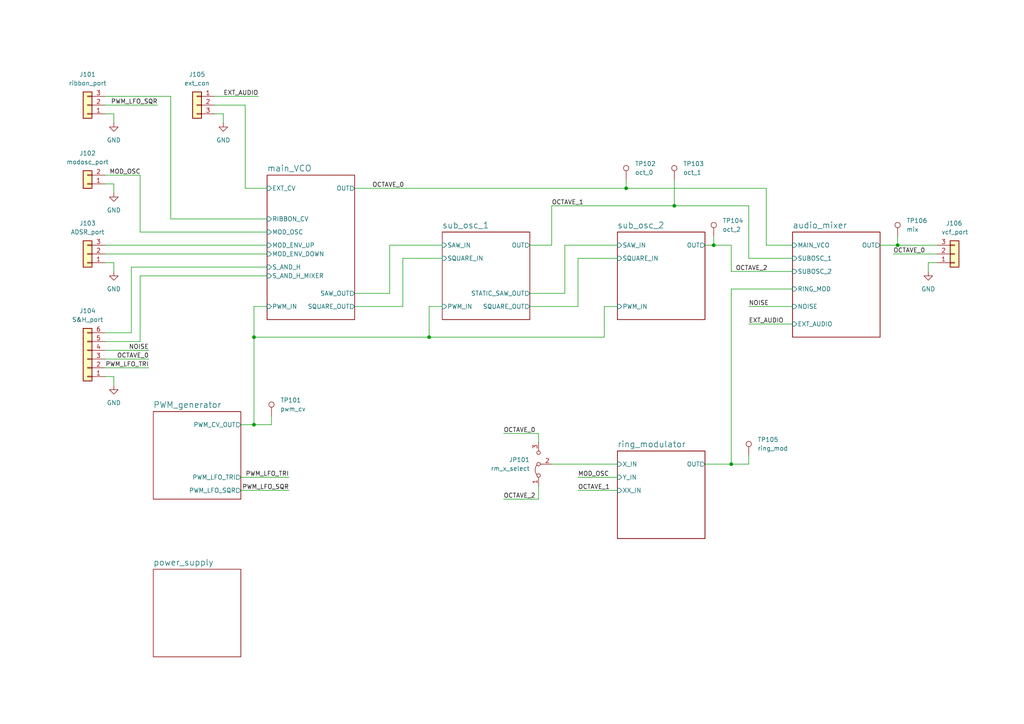
<source format=kicad_sch>
(kicad_sch (version 20211123) (generator eeschema)
  (paper "A4")
  (title_block (title "Josh Ox Ribon Synth Main VCO board") (date "2022-07-23") (rev "0.1") (comment 2 "creativecommons.org/licences/by/4.0") (comment 3 "license: CC by 4.0") (comment 4 "Author: Jordan Acete"))
  (lib_symbols
    (symbol "Connector:TestPoint" (pin_numbers hide) (pin_names (offset 0.762) hide)
      (property "Reference" "TP" (at 0 6.858 0))
      (property "Value" "TestPoint" (at 0 5.08 0))
      (symbol "TestPoint_0_1"
        (circle (center 0 3.302) (radius 0.762))
      )
      (symbol "TestPoint_1_1"
        (pin passive line (at 0 0 90) (length 2.54) (name "1") (number "1"))
      )
    )
    (symbol "Connector_Generic:Conn_01x02" (pin_names (offset 1.016) hide)
      (property "Reference" "J" (at 0 2.54 0))
      (property "Value" "Conn_01x02" (at 0 -5.08 0))
      (symbol "Conn_01x02_1_1"
        (rectangle (start -1.27 -2.413) (end 0 -2.667) (stroke (width 0.1524)))
        (rectangle (start -1.27 0.127) (end 0 -0.127) (stroke (width 0.1524)))
        (rectangle (start -1.27 1.27) (end 1.27 -3.81) (stroke (width 0.254)) (fill (type background)))
        (pin passive line (at -5.08 0 0) (length 3.81) (name "Pin_1") (number "1"))
        (pin passive line (at -5.08 -2.54 0) (length 3.81) (name "Pin_2") (number "2"))
      )
    )
    (symbol "Connector_Generic:Conn_01x03" (pin_names (offset 1.016) hide)
      (property "Reference" "J" (at 0 5.08 0))
      (property "Value" "Conn_01x03" (at 0 -5.08 0))
      (symbol "Conn_01x03_1_1"
        (rectangle (start -1.27 -2.413) (end 0 -2.667) (stroke (width 0.1524)))
        (rectangle (start -1.27 0.127) (end 0 -0.127) (stroke (width 0.1524)))
        (rectangle (start -1.27 2.667) (end 0 2.413) (stroke (width 0.1524)))
        (rectangle (start -1.27 3.81) (end 1.27 -3.81) (stroke (width 0.254)) (fill (type background)))
        (pin passive line (at -5.08 2.54 0) (length 3.81) (name "Pin_1") (number "1"))
        (pin passive line (at -5.08 0 0) (length 3.81) (name "Pin_2") (number "2"))
        (pin passive line (at -5.08 -2.54 0) (length 3.81) (name "Pin_3") (number "3"))
      )
    )
    (symbol "Connector_Generic:Conn_01x06" (pin_names (offset 1.016) hide)
      (property "Reference" "J" (at 0 7.62 0))
      (property "Value" "Conn_01x06" (at 0 -10.16 0))
      (symbol "Conn_01x06_1_1"
        (rectangle (start -1.27 -7.493) (end 0 -7.747) (stroke (width 0.1524)))
        (rectangle (start -1.27 -4.953) (end 0 -5.207) (stroke (width 0.1524)))
        (rectangle (start -1.27 -2.413) (end 0 -2.667) (stroke (width 0.1524)))
        (rectangle (start -1.27 0.127) (end 0 -0.127) (stroke (width 0.1524)))
        (rectangle (start -1.27 2.667) (end 0 2.413) (stroke (width 0.1524)))
        (rectangle (start -1.27 5.207) (end 0 4.953) (stroke (width 0.1524)))
        (rectangle (start -1.27 6.35) (end 1.27 -8.89) (stroke (width 0.254)) (fill (type background)))
        (pin passive line (at -5.08 5.08 0) (length 3.81) (name "Pin_1") (number "1"))
        (pin passive line (at -5.08 2.54 0) (length 3.81) (name "Pin_2") (number "2"))
        (pin passive line (at -5.08 0 0) (length 3.81) (name "Pin_3") (number "3"))
        (pin passive line (at -5.08 -2.54 0) (length 3.81) (name "Pin_4") (number "4"))
        (pin passive line (at -5.08 -5.08 0) (length 3.81) (name "Pin_5") (number "5"))
        (pin passive line (at -5.08 -7.62 0) (length 3.81) (name "Pin_6") (number "6"))
      )
    )
    (symbol "Jumper:Jumper_3_Bridged12" (pin_names (offset 0) hide)
      (property "Reference" "JP" (at -2.54 -2.54 0))
      (property "Value" "Jumper_3_Bridged12" (at 0 2.794 0))
      (symbol "Jumper_3_Bridged12_0_0"
        (circle (center -3.302 0) (radius 0.508))
        (circle (center 0 0) (radius 0.508))
        (circle (center 3.302 0) (radius 0.508))
      )
      (symbol "Jumper_3_Bridged12_0_1"
        (arc (start -0.254 0.508) (mid -1.651 0.9912) (end -3.048 0.508))
        (polyline (pts (xy 0 -1.27) (xy 0 -0.508)))
      )
      (symbol "Jumper_3_Bridged12_1_1"
        (pin passive line (at -6.35 0 0) (length 2.54) (name "A") (number "1"))
        (pin passive line (at 0 -3.81 90) (length 2.54) (name "C") (number "2"))
        (pin passive line (at 6.35 0 180) (length 2.54) (name "B") (number "3"))
      )
    )
    (symbol "power:GND" (power) (pin_names (offset 0))
      (property "Value" "GND" (at 0 -3.81 0))
      (symbol "GND_0_1"
        (polyline (pts (xy 0 0) (xy 0 -1.27) (xy 1.27 -1.27) (xy 0 -2.54) (xy -1.27 -1.27) (xy 0 -1.27)))
      )
      (symbol "GND_1_1"
        (pin power_in line (at 0 0 270) (length 0) hide (name "GND") (number "1"))
      )
    )
  )
  (junction (at 207.01 71.12))
  (junction (at 260.35 71.12))
  (junction (at 181.61 54.61))
  (junction (at 73.66 123.19))
  (junction (at 124.46 97.79))
  (junction (at 212.09 134.62))
  (junction (at 195.58 59.69))
  (junction (at 73.66 97.79))
  (wire (pts (xy 33.02 35.56) (xy 33.02 33.02)))
  (wire (pts (xy 74.93 27.94) (xy 62.23 27.94)))
  (wire (pts (xy 160.02 134.62) (xy 179.07 134.62)))
  (wire (pts (xy 113.03 71.12) (xy 128.27 71.12)))
  (wire (pts (xy 195.58 52.07) (xy 195.58 59.69)))
  (wire (pts (xy 217.17 134.62) (xy 212.09 134.62)))
  (wire (pts (xy 38.1 77.47) (xy 77.47 77.47)))
  (wire (pts (xy 30.48 99.06) (xy 40.64 99.06)))
  (wire (pts (xy 33.02 76.2) (xy 30.48 76.2)))
  (wire (pts (xy 128.27 88.9) (xy 124.46 88.9)))
  (wire (pts (xy 116.84 88.9) (xy 116.84 74.93)))
  (wire (pts (xy 102.87 54.61) (xy 181.61 54.61)))
  (wire (pts (xy 269.24 78.74) (xy 269.24 76.2)))
  (wire (pts (xy 33.02 111.76) (xy 33.02 109.22)))
  (wire (pts (xy 102.87 88.9) (xy 116.84 88.9)))
  (wire (pts (xy 49.53 27.94) (xy 30.48 27.94)))
  (wire (pts (xy 167.64 142.24) (xy 179.07 142.24)))
  (wire (pts (xy 33.02 78.74) (xy 33.02 76.2)))
  (wire (pts (xy 73.66 97.79) (xy 124.46 97.79)))
  (wire (pts (xy 163.83 85.09) (xy 163.83 71.12)))
  (wire (pts (xy 146.05 144.78) (xy 156.21 144.78)))
  (wire (pts (xy 167.64 74.93) (xy 179.07 74.93)))
  (wire (pts (xy 49.53 63.5) (xy 49.53 27.94)))
  (wire (pts (xy 64.77 33.02) (xy 62.23 33.02)))
  (wire (pts (xy 207.01 68.58) (xy 207.01 71.12)))
  (wire (pts (xy 69.85 142.24) (xy 83.82 142.24)))
  (wire (pts (xy 212.09 78.74) (xy 212.09 71.12)))
  (wire (pts (xy 181.61 52.07) (xy 181.61 54.61)))
  (wire (pts (xy 77.47 67.31) (xy 40.64 67.31)))
  (wire (pts (xy 207.01 71.12) (xy 204.47 71.12)))
  (wire (pts (xy 69.85 138.43) (xy 83.82 138.43)))
  (wire (pts (xy 102.87 85.09) (xy 113.03 85.09)))
  (wire (pts (xy 116.84 74.93) (xy 128.27 74.93)))
  (wire (pts (xy 222.25 71.12) (xy 222.25 54.61)))
  (wire (pts (xy 69.85 123.19) (xy 73.66 123.19)))
  (wire (pts (xy 195.58 59.69) (xy 160.02 59.69)))
  (wire (pts (xy 153.67 85.09) (xy 163.83 85.09)))
  (wire (pts (xy 160.02 59.69) (xy 160.02 71.12)))
  (wire (pts (xy 229.87 74.93) (xy 217.17 74.93)))
  (wire (pts (xy 64.77 35.56) (xy 64.77 33.02)))
  (wire (pts (xy 33.02 109.22) (xy 30.48 109.22)))
  (wire (pts (xy 229.87 78.74) (xy 212.09 78.74)))
  (wire (pts (xy 229.87 71.12) (xy 222.25 71.12)))
  (wire (pts (xy 30.48 96.52) (xy 38.1 96.52)))
  (wire (pts (xy 175.26 97.79) (xy 175.26 88.9)))
  (wire (pts (xy 73.66 88.9) (xy 73.66 97.79)))
  (wire (pts (xy 40.64 67.31) (xy 40.64 50.8)))
  (wire (pts (xy 73.66 123.19) (xy 78.74 123.19)))
  (wire (pts (xy 40.64 99.06) (xy 40.64 80.01)))
  (wire (pts (xy 175.26 88.9) (xy 179.07 88.9)))
  (wire (pts (xy 217.17 59.69) (xy 195.58 59.69)))
  (wire (pts (xy 212.09 134.62) (xy 212.09 83.82)))
  (wire (pts (xy 77.47 63.5) (xy 49.53 63.5)))
  (wire (pts (xy 30.48 71.12) (xy 77.47 71.12)))
  (wire (pts (xy 259.08 73.66) (xy 271.78 73.66)))
  (wire (pts (xy 217.17 88.9) (xy 229.87 88.9)))
  (wire (pts (xy 71.12 54.61) (xy 71.12 30.48)))
  (wire (pts (xy 38.1 96.52) (xy 38.1 77.47)))
  (wire (pts (xy 156.21 144.78) (xy 156.21 140.97)))
  (wire (pts (xy 153.67 88.9) (xy 167.64 88.9)))
  (wire (pts (xy 33.02 55.88) (xy 33.02 53.34)))
  (wire (pts (xy 77.47 54.61) (xy 71.12 54.61)))
  (wire (pts (xy 33.02 53.34) (xy 30.48 53.34)))
  (wire (pts (xy 212.09 71.12) (xy 207.01 71.12)))
  (wire (pts (xy 33.02 33.02) (xy 30.48 33.02)))
  (wire (pts (xy 71.12 30.48) (xy 62.23 30.48)))
  (wire (pts (xy 30.48 73.66) (xy 77.47 73.66)))
  (wire (pts (xy 124.46 88.9) (xy 124.46 97.79)))
  (wire (pts (xy 156.21 125.73) (xy 156.21 128.27)))
  (wire (pts (xy 78.74 120.65) (xy 78.74 123.19)))
  (wire (pts (xy 269.24 76.2) (xy 271.78 76.2)))
  (wire (pts (xy 260.35 68.58) (xy 260.35 71.12)))
  (wire (pts (xy 163.83 71.12) (xy 179.07 71.12)))
  (wire (pts (xy 160.02 71.12) (xy 153.67 71.12)))
  (wire (pts (xy 77.47 88.9) (xy 73.66 88.9)))
  (wire (pts (xy 124.46 97.79) (xy 175.26 97.79)))
  (wire (pts (xy 146.05 125.73) (xy 156.21 125.73)))
  (wire (pts (xy 181.61 54.61) (xy 222.25 54.61)))
  (wire (pts (xy 217.17 93.98) (xy 229.87 93.98)))
  (wire (pts (xy 255.27 71.12) (xy 260.35 71.12)))
  (wire (pts (xy 40.64 80.01) (xy 77.47 80.01)))
  (wire (pts (xy 260.35 71.12) (xy 271.78 71.12)))
  (wire (pts (xy 113.03 85.09) (xy 113.03 71.12)))
  (wire (pts (xy 30.48 106.68) (xy 43.18 106.68)))
  (wire (pts (xy 30.48 104.14) (xy 43.18 104.14)))
  (wire (pts (xy 212.09 83.82) (xy 229.87 83.82)))
  (wire (pts (xy 217.17 74.93) (xy 217.17 59.69)))
  (wire (pts (xy 40.64 50.8) (xy 30.48 50.8)))
  (wire (pts (xy 204.47 134.62) (xy 212.09 134.62)))
  (wire (pts (xy 167.64 88.9) (xy 167.64 74.93)))
  (wire (pts (xy 30.48 30.48) (xy 45.72 30.48)))
  (wire (pts (xy 30.48 101.6) (xy 43.18 101.6)))
  (wire (pts (xy 73.66 123.19) (xy 73.66 97.79)))
  (wire (pts (xy 167.64 138.43) (xy 179.07 138.43)))
  (wire (pts (xy 217.17 132.08) (xy 217.17 134.62)))
  (label "OCTAVE_0" (at 146.05 125.73 0))
  (label "PWM_LFO_SQR" (at 83.82 142.24 180))
  (label "EXT_AUDIO" (at 217.17 93.98 0))
  (label "OCTAVE_1" (at 167.64 142.24 0))
  (label "EXT_AUDIO" (at 74.93 27.94 180))
  (label "MOD_OSC" (at 31.75 50.8 0))
  (label "OCTAVE_2" (at 213.36 78.74 0))
  (label "NOISE" (at 43.18 101.6 180))
  (label "NOISE" (at 217.17 88.9 0))
  (label "OCTAVE_0" (at 43.18 104.14 180))
  (label "PWM_LFO_SQR" (at 45.72 30.48 180))
  (label "OCTAVE_0" (at 259.08 73.66 0))
  (label "PWM_LFO_TRI" (at 83.82 138.43 180))
  (label "MOD_OSC" (at 167.64 138.43 0))
  (label "OCTAVE_2" (at 146.05 144.78 0))
  (label "OCTAVE_1" (at 160.02 59.69 0))
  (label "OCTAVE_0" (at 107.95 54.61 0))
  (label "PWM_LFO_TRI" (at 43.18 106.68 180))
  (symbol (lib_id "power:GND") (at 33.02 111.76 0) (unit 1)
    (property "Reference" "#PWR0104" (effects hide))
    (property "Value" "GND" (at 33.02 116.84 0))
  )
  (symbol (lib_id "power:GND") (at 33.02 35.56 0) (unit 1)
    (property "Reference" "#PWR0101" (effects hide))
    (property "Value" "GND" (at 33.02 40.64 0))
  )
  (symbol (lib_id "Connector:TestPoint") (at 260.35 68.58 0) (unit 1) (in_bom no)
    (property "Reference" "TP106" (at 262.89 64.0079 0) (effects (justify left)))
    (property "Value" "mix" (at 262.89 66.5479 0) (effects (justify left)))
    (property "Footprint" "TestPoint:TestPoint_Keystone_5000-5004_Miniature" (effects hide))
  )
  (symbol (lib_id "Connector_Generic:Conn_01x03") (at 276.86 73.66 0) (mirror x) (unit 1)
    (property "Reference" "J106" (at 274.32 64.77 0) (effects (justify left)))
    (property "Value" "vcf_port" (at 273.05 67.31 0) (effects (justify left)))
    (property "Footprint" "Connector_Molex:Molex_KK-254_AE-6410-03A_1x03_P2.54mm_Vertical" (effects hide))
  )
  (symbol (lib_id "Connector_Generic:Conn_01x06") (at 25.4 104.14 180) (unit 1)
    (property "Reference" "J104" (at 25.4 90.17 0))
    (property "Value" "S&H_port" (at 25.4 92.71 0))
    (property "Footprint" "Connector_Molex:Molex_KK-254_AE-6410-06A_1x06_P2.54mm_Vertical" (effects hide))
  )
  (symbol (lib_id "Connector_Generic:Conn_01x02") (at 25.4 53.34 180) (unit 1)
    (property "Reference" "J102" (at 25.4 44.45 0))
    (property "Value" "modosc_port" (at 25.4 46.99 0))
    (property "Footprint" "Connector_Molex:Molex_KK-254_AE-6410-02A_1x02_P2.54mm_Vertical" (effects hide))
  )
  (symbol (lib_id "Connector:TestPoint") (at 181.61 52.07 0) (unit 1) (in_bom no)
    (property "Reference" "TP102" (at 184.15 47.4979 0) (effects (justify left)))
    (property "Value" "oct_0" (at 184.15 50.0379 0) (effects (justify left)))
    (property "Footprint" "TestPoint:TestPoint_Keystone_5000-5004_Miniature" (effects hide))
  )
  (symbol (lib_id "Connector_Generic:Conn_01x03") (at 25.4 30.48 180) (unit 1)
    (property "Reference" "J101" (at 25.4 21.59 0))
    (property "Value" "ribbon_port" (at 25.4 24.13 0))
    (property "Footprint" "Connector_Molex:Molex_KK-254_AE-6410-03A_1x03_P2.54mm_Vertical" (effects hide))
  )
  (symbol (lib_id "power:GND") (at 269.24 78.74 0) (mirror y) (unit 1)
    (property "Reference" "#PWR0106" (effects hide))
    (property "Value" "GND" (at 269.24 83.82 0))
  )
  (symbol (lib_id "Connector_Generic:Conn_01x03") (at 57.15 30.48 0) (mirror y) (unit 1)
    (property "Reference" "J105" (at 57.15 21.59 0))
    (property "Value" "ext_con" (at 57.15 24.13 0))
    (property "Footprint" "Connector_Molex:Molex_KK-254_AE-6410-03A_1x03_P2.54mm_Vertical" (effects hide))
  )
  (symbol (lib_id "Connector:TestPoint") (at 207.01 68.58 0) (unit 1) (in_bom no)
    (property "Reference" "TP104" (at 209.55 64.0079 0) (effects (justify left)))
    (property "Value" "oct_2" (at 209.55 66.5479 0) (effects (justify left)))
    (property "Footprint" "TestPoint:TestPoint_Keystone_5000-5004_Miniature" (effects hide))
  )
  (symbol (lib_id "Connector:TestPoint") (at 217.17 132.08 0) (unit 1) (in_bom no)
    (property "Reference" "TP105" (at 219.71 127.5079 0) (effects (justify left)))
    (property "Value" "ring_mod" (at 219.71 130.0479 0) (effects (justify left)))
    (property "Footprint" "TestPoint:TestPoint_Keystone_5000-5004_Miniature" (effects hide))
  )
  (symbol (lib_id "power:GND") (at 33.02 55.88 0) (unit 1)
    (property "Reference" "#PWR0102" (effects hide))
    (property "Value" "GND" (at 33.02 60.96 0))
  )
  (symbol (lib_id "Connector:TestPoint") (at 78.74 120.65 0) (unit 1) (in_bom no)
    (property "Reference" "TP101" (at 81.28 116.0779 0) (effects (justify left)))
    (property "Value" "pwm_cv" (at 81.28 118.6179 0) (effects (justify left)))
    (property "Footprint" "TestPoint:TestPoint_Keystone_5000-5004_Miniature" (effects hide))
  )
  (symbol (lib_id "power:GND") (at 33.02 78.74 0) (unit 1)
    (property "Reference" "#PWR0103" (effects hide))
    (property "Value" "GND" (at 33.02 83.82 0))
  )
  (symbol (lib_id "Connector:TestPoint") (at 195.58 52.07 0) (unit 1) (in_bom no)
    (property "Reference" "TP103" (at 198.12 47.4979 0) (effects (justify left)))
    (property "Value" "oct_1" (at 198.12 50.0379 0) (effects (justify left)))
    (property "Footprint" "TestPoint:TestPoint_Keystone_5000-5004_Miniature" (effects hide))
  )
  (symbol (lib_id "power:GND") (at 64.77 35.56 0) (unit 1)
    (property "Reference" "#PWR0105" (effects hide))
    (property "Value" "GND" (at 64.77 40.64 0))
  )
  (symbol (lib_id "Jumper:Jumper_3_Bridged12") (at 156.21 134.62 90) (unit 1)
    (property "Reference" "JP101" (at 153.67 133.3499 90) (effects (justify left)))
    (property "Value" "rm_x_select" (at 153.67 135.8899 90) (effects (justify left)))
    (property "Footprint" "Connector_PinHeader_2.54mm:PinHeader_1x03_P2.54mm_Vertical" (effects hide))
  )
  (symbol (lib_id "Connector_Generic:Conn_01x03") (at 25.4 73.66 180) (unit 1)
    (property "Reference" "J103" (at 25.4 64.77 0))
    (property "Value" "ADSR_port" (at 25.4 67.31 0))
    (property "Footprint" "Connector_Molex:Molex_KK-254_AE-6410-03A_1x03_P2.54mm_Vertical" (effects hide))
  )
  (sheet (at 44.45 165.1) (size 25.4 25.4) (stroke (width 0.1524))
    (property "Sheet name" "power_supply" (at 44.45 164.1484 0) (effects (font (size 1.75 1.75)) (justify left bottom)))
    (property "Sheet file" "power_supply.kicad_sch" (effects hide))
  )
  (sheet (at 179.07 130.81) (size 25.4 25.4) (stroke (width 0.1524))
    (property "Sheet name" "ring_modulator" (at 179.07 129.8584 0) (effects (font (size 1.75 1.75)) (justify left bottom)))
    (property "Sheet file" "ring_modulator.kicad_sch" (effects hide))
    (pin "X_IN" input (at 179.07 134.62 180))
    (pin "Y_IN" input (at 179.07 138.43 180))
    (pin "OUT" output (at 204.47 134.62 0))
    (pin "XX_IN" input (at 179.07 142.24 180))
  )
  (sheet (at 77.47 50.8) (size 25.4 41.91) (stroke (width 0.1524))
    (property "Sheet name" "main_VCO" (at 77.47 49.8484 0) (effects (font (size 1.75 1.75)) (justify left bottom)))
    (property "Sheet file" "main_VCO.kicad_sch" (effects hide))
    (pin "PWM_IN" input (at 77.47 88.9 180))
    (pin "SAW_OUT" output (at 102.87 85.09 0))
    (pin "SQUARE_OUT" output (at 102.87 88.9 0))
    (pin "OUT" output (at 102.87 54.61 0))
    (pin "MOD_ENV_UP" input (at 77.47 71.12 180))
    (pin "S_AND_H" input (at 77.47 77.47 180))
    (pin "RIBBON_CV" input (at 77.47 63.5 180))
    (pin "MOD_ENV_DOWN" input (at 77.47 73.66 180))
    (pin "EXT_CV" input (at 77.47 54.61 180))
    (pin "MOD_OSC" input (at 77.47 67.31 180))
    (pin "S_AND_H_MIXER" input (at 77.47 80.01 180))
  )
  (sheet (at 128.27 67.31) (size 25.4 25.4) (stroke (width 0.1524))
    (property "Sheet name" "sub_osc_1" (at 128.27 66.3584 0) (effects (font (size 1.75 1.75)) (justify left bottom)))
    (property "Sheet file" "sub_osc_1.kicad_sch" (effects hide))
    (pin "SAW_IN" input (at 128.27 71.12 180))
    (pin "PWM_IN" input (at 128.27 88.9 180))
    (pin "SQUARE_OUT" output (at 153.67 88.9 0))
    (pin "SQUARE_IN" input (at 128.27 74.93 180))
    (pin "STATIC_SAW_OUT" output (at 153.67 85.09 0))
    (pin "OUT" output (at 153.67 71.12 0))
  )
  (sheet (at 179.07 67.31) (size 25.4 25.4) (stroke (width 0.1524))
    (property "Sheet name" "sub_osc_2" (at 179.07 66.3584 0) (effects (font (size 1.75 1.75)) (justify left bottom)))
    (property "Sheet file" "sub_osc_2.kicad_sch" (effects hide))
    (pin "SAW_IN" input (at 179.07 71.12 180))
    (pin "PWM_IN" input (at 179.07 88.9 180))
    (pin "SQUARE_IN" input (at 179.07 74.93 180))
    (pin "OUT" output (at 204.47 71.12 0))
  )
  (sheet (at 44.45 119.38) (size 25.4 25.4) (stroke (width 0.1524))
    (property "Sheet name" "PWM_generator" (at 44.45 118.4284 0) (effects (font (size 1.75 1.75)) (justify left bottom)))
    (property "Sheet file" "PWM_generator.kicad_sch" (effects hide))
    (pin "PWM_CV_OUT" output (at 69.85 123.19 0))
    (pin "PWM_LFO_SQR" output (at 69.85 142.24 0))
    (pin "PWM_LFO_TRI" output (at 69.85 138.43 0))
  )
  (sheet (at 229.87 67.31) (size 25.4 30.48) (stroke (width 0.1524))
    (property "Sheet name" "audio_mixer" (at 229.87 66.3584 0) (effects (font (size 1.75 1.75)) (justify left bottom)))
    (property "Sheet file" "audio_mixer.kicad_sch" (effects hide))
    (pin "OUT" output (at 255.27 71.12 0))
    (pin "SUBOSC_1" input (at 229.87 74.93 180))
    (pin "SUBOSC_2" input (at 229.87 78.74 180))
    (pin "MAIN_VCO" input (at 229.87 71.12 180))
    (pin "RING_MOD" input (at 229.87 83.82 180))
    (pin "EXT_AUDIO" input (at 229.87 93.98 180))
    (pin "NOISE" input (at 229.87 88.9 180))
  )
)
</source>
